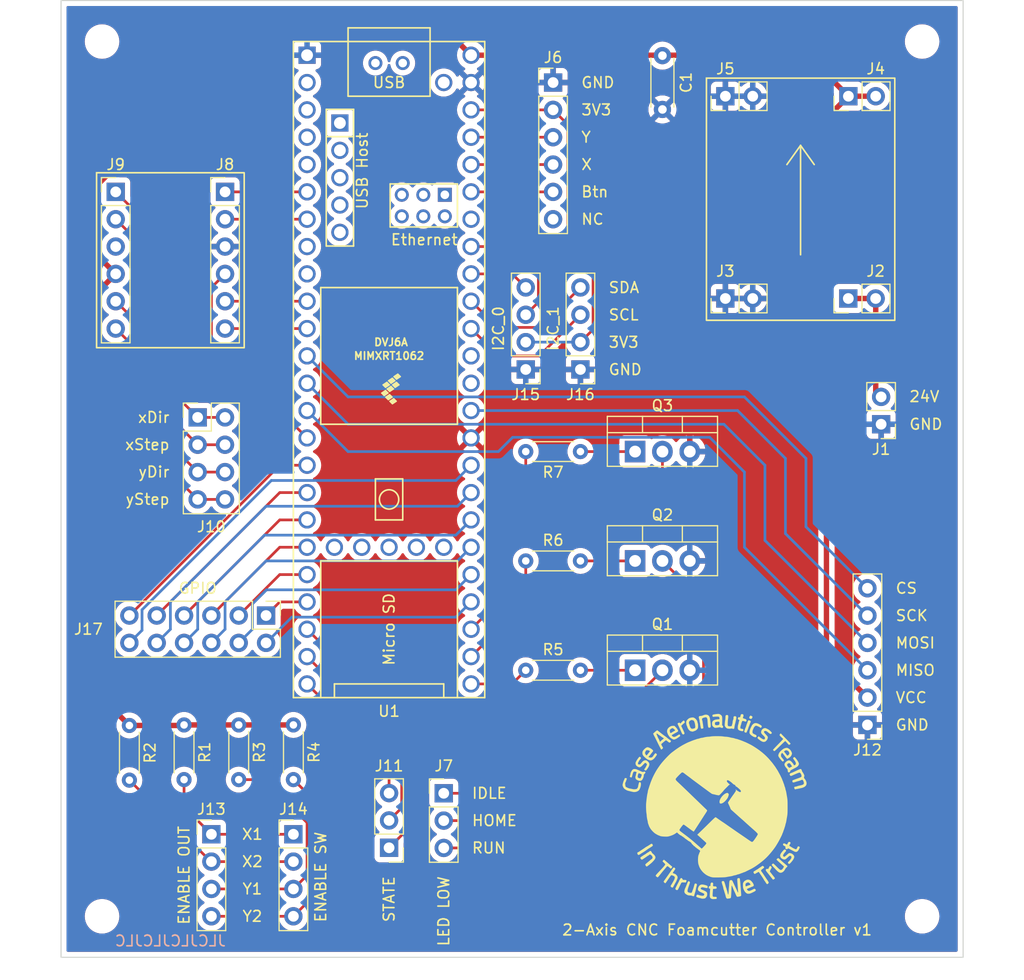
<source format=kicad_pcb>
(kicad_pcb (version 20211014) (generator pcbnew)
  (layers (0 "F.Cu" signal) (31 "B.Cu" signal) (34 "B.Paste" user) (35 "F.Paste" user) (36 "B.SilkS" user "B.Silkscreen") (37 "F.SilkS" user "F.Silkscreen") (38 "B.Mask" user) (39 "F.Mask" user) (44 "Edge.Cuts" user))
  (net 0 "")
  (net 1 "GND")
  (net 2 "+5V")
  (net 3 "Net-(J6-Pad3)")
  (net 4 "Net-(J7-Pad1)")
  (net 5 "Net-(J7-Pad2)")
  (net 6 "Net-(J7-Pad3)")
  (net 35 "Net-(U1-Pad12)")
  (net 36 "Net-(U1-Pad35)")
  (net 37 "Net-(U1-Pad13)")
  (net 38 "Net-(U1-Pad14)")
  (net 39 "Net-(Q1-Pad1)")
  (net 40 "Net-(Q2-Pad1)")
  (net 41 "Net-(Q3-Pad1)")
  (net 42 "Net-(R5-Pad1)")
  (net 43 "Net-(R6-Pad1)")
  (net 44 "Net-(R7-Pad2)")
  (net 45 "Net-(J9-Pad1)")
  (net 46 "Net-(J9-Pad2)")
  (net 47 "Net-(J2-Pad1)")
  (net 48 "Net-(J6-Pad4)")
  (net 49 "Net-(J6-Pad5)")
  (net 51 "Net-(J8-Pad1)")
  (net 52 "Net-(J8-Pad2)")
  (net 53 "Net-(J8-Pad4)")
  (net 54 "Net-(J8-Pad5)")
  (net 55 "Net-(J8-Pad6)")
  (net 57 "Net-(J9-Pad5)")
  (net 58 "Net-(J9-Pad6)")
  (net 59 "Net-(J11-Pad1)")
  (net 60 "Net-(J11-Pad2)")
  (net 61 "Net-(J11-Pad3)")
  (net 62 "Net-(J14-Pad1)")
  (net 63 "Net-(J14-Pad2)")
  (net 64 "Net-(J14-Pad3)")
  (net 65 "Net-(J14-Pad4)")
  (net 66 "+3V3")
  (net 67 "Net-(U1-Pad41)")
  (net 68 "Net-(U1-Pad40)")
  (net 69 "Net-(U1-Pad38)")
  (net 70 "Net-(U1-Pad39)")
  (net 71 "Net-(U1-Pad21)")
  (net 72 "Net-(U1-Pad20)")
  (net 73 "Net-(U1-Pad19)")
  (net 74 "Net-(U1-Pad18)")
  (net 75 "Net-(U1-Pad17)")
  (net 76 "Net-(U1-Pad16)")
  (net 77 "Net-(J17-Pad7)")
  (net 78 "Net-(J17-Pad8)")
  (net 79 "Net-(J17-Pad9)")
  (net 80 "Net-(J17-Pad10)")
  (net 81 "Net-(J17-Pad11)")
  (net 82 "Net-(J17-Pad12)")
  (footprint "Connector_PinHeader_2.54mm:PinHeader_1x03_P2.54mm_Vertical" (layer "F.Cu") (at 127 133.335 180)
    (fp_text reference "J11" (at 0 7.605) (layer "F.SilkS"))
    (fp_text value "State_Pins")
    (pad "1" thru_hole rect (at 0 0 180) (size 1.7 1.7) (drill 1) (layers *.Cu *.Mask) (net 59 "Net-(J11-Pad1)"))
    (pad "2" thru_hole oval (at 0 2.54 180) (size 1.7 1.7) (drill 1) (layers *.Cu *.Mask) (net 60 "Net-(J11-Pad2)"))
    (pad "3" thru_hole oval (at 0 5.08 180) (size 1.7 1.7) (drill 1) (layers *.Cu *.Mask) (net 61 "Net-(J11-Pad3)"))
  )
  (footprint "Connector_PinHeader_2.54mm:PinHeader_1x04_P2.54mm_Vertical" (layer "F.Cu") (at 139.7 88.89 180)
    (fp_text reference "J15" (at 0 -2.33) (layer "F.SilkS"))
    (fp_text value "I2C_Breakout_0")
    (pad "1" thru_hole rect (at 0 0 180) (size 1.7 1.7) (drill 1) (layers *.Cu *.Mask) (net 1 "GND"))
    (pad "2" thru_hole oval (at 0 2.54 180) (size 1.7 1.7) (drill 1) (layers *.Cu *.Mask) (net 66 "+3V3"))
    (pad "3" thru_hole oval (at 0 5.08 180) (size 1.7 1.7) (drill 1) (layers *.Cu *.Mask) (net 67 "Net-(U1-Pad41)"))
    (pad "4" thru_hole oval (at 0 7.62 180) (size 1.7 1.7) (drill 1) (layers *.Cu *.Mask) (net 68 "Net-(U1-Pad40)"))
  )
  (footprint "Connector_PinHeader_2.54mm:PinHeader_1x03_P2.54mm_Vertical" (layer "F.Cu") (at 132.08 128.27)
    (fp_text reference "J7" (at 0 -2.54) (layer "F.SilkS"))
    (fp_text value "Button_LED_Negatives")
    (pad "1" thru_hole rect (at 0 0) (size 1.7 1.7) (drill 1) (layers *.Cu *.Mask) (net 4 "Net-(J7-Pad1)"))
    (pad "2" thru_hole oval (at 0 2.54) (size 1.7 1.7) (drill 1) (layers *.Cu *.Mask) (net 5 "Net-(J7-Pad2)"))
    (pad "3" thru_hole oval (at 0 5.08) (size 1.7 1.7) (drill 1) (layers *.Cu *.Mask) (net 6 "Net-(J7-Pad3)"))
  )
  (footprint "Resistor_THT:R_Axial_DIN0204_L3.6mm_D1.6mm_P5.08mm_Horizontal" (layer "F.Cu") (at 113.03 121.92 -90)
    (fp_text reference "R3" (at 2.54 -1.92 -90) (layer "F.SilkS"))
    (fp_text value "R_US")
    (pad "1" thru_hole circle (at 0 0 270) (size 1.4 1.4) (drill 0.7) (layers *.Cu *.Mask) (net 2 "+5V"))
    (pad "2" thru_hole oval (at 5.08 0 270) (size 1.4 1.4) (drill 0.7) (layers *.Cu *.Mask) (net 64 "Net-(J14-Pad3)"))
  )
  (footprint "Resistor_THT:R_Axial_DIN0204_L3.6mm_D1.6mm_P5.08mm_Horizontal" (layer "F.Cu") (at 139.7 106.68)
    (fp_text reference "R6" (at 2.54 -1.92) (layer "F.SilkS"))
    (fp_text value "R_US")
    (pad "1" thru_hole circle (at 0 0) (size 1.4 1.4) (drill 0.7) (layers *.Cu *.Mask) (net 43 "Net-(R6-Pad1)"))
    (pad "2" thru_hole oval (at 5.08 0) (size 1.4 1.4) (drill 0.7) (layers *.Cu *.Mask) (net 40 "Net-(Q2-Pad1)"))
  )
  (footprint "Connector_PinHeader_2.54mm:PinHeader_1x02_P2.54mm_Vertical" (layer "F.Cu") (at 158.25 82.296 90)
    (fp_text reference "J3" (at 2.54 0 180) (layer "F.SilkS"))
    (fp_text value "Buck_In_GND")
    (pad "1" thru_hole rect (at 0 0 90) (size 1.7 1.7) (drill 1) (layers *.Cu *.Mask) (net 1 "GND"))
    (pad "2" thru_hole oval (at 0 2.54 90) (size 1.7 1.7) (drill 1) (layers *.Cu *.Mask) (net 1 "GND"))
  )
  (footprint "MountingHole:MountingHole_2.2mm_M2" (layer "F.Cu") (at 100.33 58.42)
    (fp_text reference "REF**" hide)
    (fp_text value "MountingHole_2.2mm_M2")
    (pad "" np_thru_hole circle (at 0 0) (size 2.2 2.2) (drill 2.2) (layers *.Cu *.Mask))
  )
  (footprint "LOGO" (layer "F.Cu") (at 157.48 129.54)
    (fp_text reference "G***" hide)
    (fp_text value "LOGO" hide)
  )
  (footprint "Connector_PinHeader_2.54mm:PinHeader_1x02_P2.54mm_Vertical" (layer "F.Cu") (at 169.672 82.296 90)
    (fp_text reference "J2" (at 2.54 2.54 180) (layer "F.SilkS"))
    (fp_text value "Buck_In_24V")
    (pad "1" thru_hole rect (at 0 0 90) (size 1.7 1.7) (drill 1) (layers *.Cu *.Mask) (net 47 "Net-(J2-Pad1)"))
    (pad "2" thru_hole oval (at 0 2.54 90) (size 1.7 1.7) (drill 1) (layers *.Cu *.Mask) (net 47 "Net-(J2-Pad1)"))
  )
  (footprint "Connector_PinHeader_2.54mm:PinHeader_1x06_P2.54mm_Vertical" (layer "F.Cu") (at 101.6 72.39)
    (fp_text reference "J9" (at 0 -2.54) (layer "F.SilkS"))
    (fp_text value "Lvl_Shift_HV")
    (pad "1" thru_hole rect (at 0 0) (size 1.7 1.7) (drill 1) (layers *.Cu *.Mask) (net 45 "Net-(J9-Pad1)"))
    (pad "2" thru_hole oval (at 0 2.54) (size 1.7 1.7) (drill 1) (layers *.Cu *.Mask) (net 46 "Net-(J9-Pad2)"))
    (pad "3" thru_hole oval (at 0 5.08) (size 1.7 1.7) (drill 1) (layers *.Cu *.Mask))
    (pad "4" thru_hole oval (at 0 7.62) (size 1.7 1.7) (drill 1) (layers *.Cu *.Mask) (net 2 "+5V"))
    (pad "5" thru_hole oval (at 0 10.16) (size 1.7 1.7) (drill 1) (layers *.Cu *.Mask) (net 57 "Net-(J9-Pad5)"))
    (pad "6" thru_hole oval (at 0 12.7) (size 1.7 1.7) (drill 1) (layers *.Cu *.Mask) (net 58 "Net-(J9-Pad6)"))
  )
  (footprint "Capacitor_THT:C_Disc_D4.3mm_W1.9mm_P5.00mm" (layer "F.Cu") (at 152.4 59.73 -90)
    (fp_text reference "C1" (at 2.5 -2.2 -90) (layer "F.SilkS"))
    (fp_text value "C_Small")
    (pad "1" thru_hole circle (at 0 0 270) (size 1.6 1.6) (drill 0.8) (layers *.Cu *.Mask) (net 2 "+5V"))
    (pad "2" thru_hole circle (at 5 0 270) (size 1.6 1.6) (drill 0.8) (layers *.Cu *.Mask) (net 1 "GND"))
  )
  (footprint "Connector_PinHeader_2.54mm:PinHeader_1x06_P2.54mm_Vertical" (layer "F.Cu") (at 142.24 62.23)
    (fp_text reference "J6" (at 0 -2.33) (layer "F.SilkS"))
    (fp_text value "Joy_Header")
    (pad "1" thru_hole rect (at 0 0) (size 1.7 1.7) (drill 1) (layers *.Cu *.Mask) (net 1 "GND"))
    (pad "2" thru_hole oval (at 0 2.54) (size 1.7 1.7) (drill 1) (layers *.Cu *.Mask) (net 66 "+3V3"))
    (pad "3" thru_hole oval (at 0 5.08) (size 1.7 1.7) (drill 1) (layers *.Cu *.Mask) (net 3 "Net-(J6-Pad3)"))
    (pad "4" thru_hole oval (at 0 7.62) (size 1.7 1.7) (drill 1) (layers *.Cu *.Mask) (net 48 "Net-(J6-Pad4)"))
    (pad "5" thru_hole oval (at 0 10.16) (size 1.7 1.7) (drill 1) (layers *.Cu *.Mask) (net 49 "Net-(J6-Pad5)"))
    (pad "6" thru_hole oval (at 0 12.7) (size 1.7 1.7) (drill 1) (layers *.Cu *.Mask))
  )
  (footprint "Connector_PinHeader_2.54mm:PinHeader_2x06_P2.54mm_Vertical" (layer "F.Cu") (at 115.57 111.755 -90)
    (fp_text reference "J17" (at 1.27 16.51 180) (layer "F.SilkS"))
    (fp_text value "GPIO")
    (pad "1" thru_hole rect (at 0 0 270) (size 1.7 1.7) (drill 1) (layers *.Cu *.Mask) (net 71 "Net-(U1-Pad21)"))
    (pad "2" thru_hole oval (at 0 2.54 270) (size 1.7 1.7) (drill 1) (layers *.Cu *.Mask) (net 72 "Net-(U1-Pad20)"))
    (pad "3" thru_hole oval (at 0 5.08 270) (size 1.7 1.7) (drill 1) (layers *.Cu *.Mask) (net 73 "Net-(U1-Pad19)"))
    (pad "4" thru_hole oval (at 0 7.62 270) (size 1.7 1.7) (drill 1) (layers *.Cu *.Mask) (net 74 "Net-(U1-Pad18)"))
    (pad "5" thru_hole oval (at 0 10.16 270) (size 1.7 1.7) (drill 1) (layers *.Cu *.Mask) (net 75 "Net-(U1-Pad17)"))
    (pad "6" thru_hole oval (at 0 12.7 270) (size 1.7 1.7) (drill 1) (layers *.Cu *.Mask) (net 76 "Net-(U1-Pad16)"))
    (pad "7" thru_hole oval (at 2.54 0 270) (size 1.7 1.7) (drill 1) (layers *.Cu *.Mask) (net 77 "Net-(J17-Pad7)"))
    (pad "8" thru_hole oval (at 2.54 2.54 270) (size 1.7 1.7) (drill 1) (layers *.Cu *.Mask) (net 78 "Net-(J17-Pad8)"))
    (pad "9" thru_hole oval (at 2.54 5.08 270) (size 1.7 1.7) (drill 1) (layers *.Cu *.Mask) (net 79 "Net-(J17-Pad9)"))
    (pad "10" thru_hole oval (at 2.54 7.62 270) (size 1.7 1.7) (drill 1) (layers *.Cu *.Mask) (net 80 "Net-(J17-Pad10)"))
    (pad "11" thru_hole oval (at 2.54 10.16 270) (size 1.7 1.7) (drill 1) (layers *.Cu *.Mask) (net 81 "Net-(J17-Pad11)"))
    (pad "12" thru_hole oval (at 2.54 12.7 270) (size 1.7 1.7) (drill 1) (layers *.Cu *.Mask) (net 82 "Net-(J17-Pad12)"))
  )
  (footprint "Connector_PinHeader_2.54mm:PinHeader_1x04_P2.54mm_Vertical" (layer "F.Cu") (at 144.78 88.89 180)
    (fp_text reference "J16" (at 0 -2.33) (layer "F.SilkS"))
    (fp_text value "I2C_Breakout_1")
    (pad "1" thru_hole rect (at 0 0 180) (size 1.7 1.7) (drill 1) (layers *.Cu *.Mask) (net 1 "GND"))
    (pad "2" thru_hole oval (at 0 2.54 180) (size 1.7 1.7) (drill 1) (layers *.Cu *.Mask) (net 66 "+3V3"))
    (pad "3" thru_hole oval (at 0 5.08 180) (size 1.7 1.7) (drill 1) (layers *.Cu *.Mask) (net 69 "Net-(U1-Pad38)"))
    (pad "4" thru_hole oval (at 0 7.62 180) (size 1.7 1.7) (drill 1) (layers *.Cu *.Mask) (net 70 "Net-(U1-Pad39)"))
  )
  (footprint "Resistor_THT:R_Axial_DIN0204_L3.6mm_D1.6mm_P5.08mm_Horizontal" (layer "F.Cu") (at 144.78 96.52 180)
    (fp_text reference "R7" (at 2.54 -1.92) (layer "F.SilkS"))
    (fp_text value "R_US")
    (pad "1" thru_hole circle (at 0 0 180) (size 1.4 1.4) (drill 0.7) (layers *.Cu *.Mask) (net 41 "Net-(Q3-Pad1)"))
    (pad "2" thru_hole oval (at 5.08 0 180) (size 1.4 1.4) (drill 0.7) (layers *.Cu *.Mask) (net 44 "Net-(R7-Pad2)"))
  )
  (footprint "Connector_PinHeader_2.54mm:PinHeader_1x02_P2.54mm_Vertical" (layer "F.Cu") (at 158.25 63.5 90)
    (fp_text reference "J5" (at 2.54 0 180) (layer "F.SilkS"))
    (fp_text value "Buck_Out_GND")
    (pad "1" thru_hole rect (at 0 0 90) (size 1.7 1.7) (drill 1) (layers *.Cu *.Mask) (net 1 "GND"))
    (pad "2" thru_hole oval (at 0 2.54 90) (size 1.7 1.7) (drill 1) (layers *.Cu *.Mask) (net 1 "GND"))
  )
  (footprint "Connector_PinHeader_2.54mm:PinHeader_1x06_P2.54mm_Vertical" (layer "F.Cu") (at 111.76 72.39)
    (fp_text reference "J8" (at 0 -2.54) (layer "F.SilkS"))
    (fp_text value "Lvl_Shift_LV")
    (pad "1" thru_hole rect (at 0 0) (size 1.7 1.7) (drill 1) (layers *.Cu *.Mask) (net 51 "Net-(J8-Pad1)"))
    (pad "2" thru_hole oval (at 0 2.54) (size 1.7 1.7) (drill 1) (layers *.Cu *.Mask) (net 52 "Net-(J8-Pad2)"))
    (pad "3" thru_hole oval (at 0 5.08) (size 1.7 1.7) (drill 1) (layers *.Cu *.Mask) (net 1 "GND"))
    (pad "4" thru_hole oval (at 0 7.62) (size 1.7 1.7) (drill 1) (layers *.Cu *.Mask) (net 53 "Net-(J8-Pad4)"))
    (pad "5" thru_hole oval (at 0 10.16) (size 1.7 1.7) (drill 1) (layers *.Cu *.Mask) (net 54 "Net-(J8-Pad5)"))
    (pad "6" thru_hole oval (at 0 12.7) (size 1.7 1.7) (drill 1) (layers *.Cu *.Mask) (net 55 "Net-(J8-Pad6)"))
  )
  (footprint "Connector_PinHeader_2.54mm:PinHeader_2x04_P2.54mm_Vertical" (layer "F.Cu") (at 109.215 93.345)
    (fp_text reference "J10" (at 1.27 10.16) (layer "F.SilkS"))
    (fp_text value "Conn_02x04_Odd_Even")
    (pad "1" thru_hole rect (at 0 0) (size 1.7 1.7) (drill 1) (layers *.Cu *.Mask) (net 45 "Net-(J9-Pad1)"))
    (pad "2" thru_hole oval (at 2.54 0) (size 1.7 1.7) (drill 1) (layers *.Cu *.Mask) (net 45 "Net-(J9-Pad1)"))
    (pad "3" thru_hole oval (at 0 2.54) (size 1.7 1.7) (drill 1) (layers *.Cu *.Mask) (net 46 "Net-(J9-Pad2)"))
    (pad "4" thru_hole oval (at 2.54 2.54) (size 1.7 1.7) (drill 1) (layers *.Cu *.Mask) (net 46 "Net-(J9-Pad2)"))
    (pad "5" thru_hole oval (at 0 5.08) (size 1.7 1.7) (drill 1) (layers *.Cu *.Mask) (net 57 "Net-(J9-Pad5)"))
    (pad "6" thru_hole oval (at 2.54 5.08) (size 1.7 1.7) (drill 1) (layers *.Cu *.Mask) (net 57 "Net-(J9-Pad5)"))
    (pad "7" thru_hole oval (at 0 7.62) (size 1.7 1.7) (drill 1) (layers *.Cu *.Mask) (net 58 "Net-(J9-Pad6)"))
    (pad "8" thru_hole oval (at 2.54 7.62) (size 1.7 1.7) (drill 1) (layers *.Cu *.Mask) (net 58 "Net-(J9-Pad6)"))
  )
  (footprint "MountingHole:MountingHole_2.2mm_M2" (layer "F.Cu") (at 176.53 58.42)
    (fp_text reference "REF**" hide)
    (fp_text value "MountingHole_2.2mm_M2")
    (pad "" np_thru_hole circle (at 0 0) (size 2.2 2.2) (drill 2.2) (layers F&B.Cu *.Mask))
  )
  (footprint "Connector_PinHeader_2.54mm:PinHeader_1x02_P2.54mm_Vertical" (layer "F.Cu") (at 169.68 63.5 90)
    (fp_text reference "J4" (at 2.54 2.54 180) (layer "F.SilkS"))
    (fp_text value "Buck_Out_5V")
    (pad "1" thru_hole rect (at 0 0 90) (size 1.7 1.7) (drill 1) (layers *.Cu *.Mask) (net 2 "+5V"))
    (pad "2" thru_hole oval (at 0 2.54 90) (size 1.7 1.7) (drill 1) (layers *.Cu *.Mask) (net 2 "+5V"))
  )
  (footprint "Connector_PinHeader_2.54mm:PinHeader_1x04_P2.54mm_Vertical" (layer "F.Cu") (at 110.49 132.08)
    (fp_text reference "J13" (at 0 -2.33) (layer "F.SilkS"))
    (fp_text value "Drive_Enable_Header")
    (pad "1" thru_hole rect (at 0 0) (size 1.7 1.7) (drill 1) (layers *.Cu *.Mask) (net 62 "Net-(J14-Pad1)"))
    (pad "2" thru_hole oval (at 0 2.54) (size 1.7 1.7) (drill 1) (layers *.Cu *.Mask) (net 63 "Net-(J14-Pad2)"))
    (pad "3" thru_hole oval (at 0 5.08) (size 1.7 1.7) (drill 1) (layers *.Cu *.Mask) (net 64 "Net-(J14-Pad3)"))
    (pad "4" thru_hole oval (at 0 7.62) (size 1.7 1.7) (drill 1) (layers *.Cu *.Mask) (net 65 "Net-(J14-Pad4)"))
  )
  (footprint "Resistor_THT:R_Axial_DIN0204_L3.6mm_D1.6mm_P5.08mm_Horizontal" (layer "F.Cu") (at 118.11 121.92 -90)
    (fp_text reference "R4" (at 2.54 -1.92 -90) (layer "F.SilkS"))
    (fp_text value "R_US")
    (pad "1" thru_hole circle (at 0 0 270) (size 1.4 1.4) (drill 0.7) (layers *.Cu *.Mask) (net 2 "+5V"))
    (pad "2" thru_hole oval (at 5.08 0 270) (size 1.4 1.4) (drill 0.7) (layers *.Cu *.Mask) (net 65 "Net-(J14-Pad4)"))
  )
  (footprint "Resistor_THT:R_Axial_DIN0204_L3.6mm_D1.6mm_P5.08mm_Horizontal" (layer "F.Cu") (at 107.95 121.92 -90)
    (fp_text reference "R1" (at 2.54 -1.92 -90) (layer "F.SilkS"))
    (fp_text value "R_US")
    (pad "1" thru_hole circle (at 0 0 270) (size 1.4 1.4) (drill 0.7) (layers *.Cu *.Mask) (net 2 "+5V"))
    (pad "2" thru_hole oval (at 5.08 0 270) (size 1.4 1.4) (drill 0.7) (layers *.Cu *.Mask) (net 62 "Net-(J14-Pad1)"))
  )
  (footprint "Package_TO_SOT_THT:TO-220-3_Vertical" (layer "F.Cu") (at 149.86 106.68)
    (fp_text reference "Q2" (at 2.54 -4.27) (layer "F.SilkS"))
    (fp_text value "IRF3205")
    (pad "1" thru_hole rect (at 0 0) (size 1.905 2) (drill 1.1) (layers *.Cu *.Mask) (net 40 "Net-(Q2-Pad1)"))
    (pad "2" thru_hole oval (at 2.54 0) (size 1.905 2) (drill 1.1) (layers *.Cu *.Mask) (net 5 "Net-(J7-Pad2)"))
    (pad "3" thru_hole oval (at 5.08 0) (size 1.905 2) (drill 1.1) (layers *.Cu *.Mask) (net 1 "GND"))
  )
  (footprint "Package_TO_SOT_THT:TO-220-3_Vertical" (layer "F.Cu") (at 149.86 96.52)
    (fp_text reference "Q3" (at 2.54 -4.27) (layer "F.SilkS"))
    (fp_text value "IRF3205")
    (pad "1" thru_hole rect (at 0 0) (size 1.905 2) (drill 1.1) (layers *.Cu *.Mask) (net 41 "Net-(Q3-Pad1)"))
    (pad "2" thru_hole oval (at 2.54 0) (size 1.905 2) (drill 1.1) (layers *.Cu *.Mask) (net 6 "Net-(J7-Pad3)"))
    (pad "3" thru_hole oval (at 5.08 0) (size 1.905 2) (drill 1.1) (layers *.Cu *.Mask) (net 1 "GND"))
  )
  (footprint "MountingHole:MountingHole_2.2mm_M2" (layer "F.Cu") (at 176.53 139.7)
    (fp_text reference "REF**" hide)
    (fp_text value "MountingHole_2.2mm_M2")
    (pad "" np_thru_hole circle (at 0 0) (size 2.2 2.2) (drill 2.2) (layers F&B.Cu *.Mask))
  )
  (footprint "Connector_PinHeader_2.54mm:PinHeader_1x02_P2.54mm_Vertical" (layer "F.Cu") (at 172.72 93.98 180)
    (fp_text reference "J1" (at 0 -2.33) (layer "F.SilkS"))
    (fp_text value "24V_In")
    (pad "1" thru_hole rect (at 0 0 180) (size 1.7 1.7) (drill 1) (layers *.Cu *.Mask) (net 1 "GND"))
    (pad "2" thru_hole oval (at 0 2.54 180) (size 1.7 1.7) (drill 1) (layers *.Cu *.Mask) (net 47 "Net-(J2-Pad1)"))
  )
  (footprint "Package_TO_SOT_THT:TO-220-3_Vertical" (layer "F.Cu") (at 149.86 116.84)
    (fp_text reference "Q1" (at 2.54 -4.27) (layer "F.SilkS"))
    (fp_text value "IRF3205")
    (pad "1" thru_hole rect (at 0 0) (size 1.905 2) (drill 1.1) (layers *.Cu *.Mask) (net 39 "Net-(Q1-Pad1)"))
    (pad "2" thru_hole oval (at 2.54 0) (size 1.905 2) (drill 1.1) (layers *.Cu *.Mask) (net 4 "Net-(J7-Pad1)"))
    (pad "3" thru_hole oval (at 5.08 0) (size 1.905 2) (drill 1.1) (layers *.Cu *.Mask) (net 1 "GND"))
  )
  (footprint "Resistor_THT:R_Axial_DIN0204_L3.6mm_D1.6mm_P5.08mm_Horizontal" (layer "F.Cu") (at 139.7 116.84)
    (fp_text reference "R5" (at 2.54 -1.92) (layer "F.SilkS"))
    (fp_text value "R_US")
    (pad "1" thru_hole circle (at 0 0) (size 1.4 1.4) (drill 0.7) (layers *.Cu *.Mask) (net 42 "Net-(R5-Pad1)"))
    (pad "2" thru_hole oval (at 5.08 0) (size 1.4 1.4) (drill 0.7) (layers *.Cu *.Mask) (net 39 "Net-(Q1-Pad1)"))
  )
  (footprint "MountingHole:MountingHole_2.2mm_M2" (layer "F.Cu") (at 100.33 139.7)
    (fp_text reference "REF**" hide)
    (fp_text value "MountingHole_2.2mm_M2")
    (pad "" np_thru_hole circle (at 0 0) (size 2.2 2.2) (drill 2.2) (layers F&B.Cu *.Mask))
  )
  (footprint "teensy:Teensy41" (layer "F.Cu") (at 127 88.9 -90)
    (fp_text reference "U1" (at 31.75 0 180) (layer "F.SilkS"))
    (fp_text value "Teensy4.1")
    (fp_text user "Micro SD" (at 24.13 0 90) (layer "F.SilkS"))
    (fp_text user "MIMXRT1062" (at -1.27 0) (layer "F.SilkS") (effects (font (size 0.7 0.7))))
    (fp_text user "DVJ6A" (at -2.54 -0.18) (layer "F.SilkS") (effects (font (size 0.7 0.7))))
    (fp_text user "USB Host" (at -18.4658 2.4892 90) (layer "F.SilkS"))
    (fp_text user "USB" (at -26.67 0) (layer "F.SilkS"))
    (fp_text user "Ethernet" (at -12.065 -3.2766) (layer "F.SilkS"))
    (pad "1" thru_hole rect locked (at -29.21 7.62 270) (size 1.6 1.6) (drill 1.1) (layers *.Cu *.Mask) (net 1 "GND"))
    (pad "2" thru_hole circle locked (at -26.67 7.62 270) (size 1.6 1.6) (drill 1.1) (layers *.Cu *.Mask))
    (pad "3" thru_hole circle locked (at -24.13 7.62 270) (size 1.6 1.6) (drill 1.1) (layers *.Cu *.Mask))
    (pad "4" thru_hole circle locked (at -21.59 7.62 270) (size 1.6 1.6) (drill 1.1) (layers *.Cu *.Mask))
    (pad "5" thru_hole circle locked (at -19.05 7.62 270) (size 1.6 1.6) (drill 1.1) (layers *.Cu *.Mask))
    (pad "6" thru_hole circle locked (at -16.51 7.62 270) (size 1.6 1.6) (drill 1.1) (layers *.Cu *.Mask) (net 51 "Net-(J8-Pad1)"))
    (pad "7" thru_hole circle locked (at -13.97 7.62 270) (size 1.6 1.6) (drill 1.1) (layers *.Cu *.Mask) (net 52 "Net-(J8-Pad2)"))
    (pad "8" thru_hole circle locked (at -11.43 7.62 270) (size 1.6 1.6) (drill 1.1) (layers *.Cu *.Mask))
    (pad "9" thru_hole circle locked (at -8.89 7.62 270) (size 1.6 1.6) (drill 1.1) (layers *.Cu *.Mask))
    (pad "10" thru_hole circle locked (at -6.35 7.62 270) (size 1.6 1.6) (drill 1.1) (layers *.Cu *.Mask) (net 54 "Net-(J8-Pad5)"))
    (pad "11" thru_hole circle locked (at -3.81 7.62 270) (size 1.6 1.6) (drill 1.1) (layers *.Cu *.Mask) (net 55 "Net-(J8-Pad6)"))
    (pad "12" thru_hole circle locked (at -1.27 7.62 270) (size 1.6 1.6) (drill 1.1) (layers *.Cu *.Mask) (net 35 "Net-(U1-Pad12)"))
    (pad "13" thru_hole circle locked (at 1.27 7.62 270) (size 1.6 1.6) (drill 1.1) (layers *.Cu *.Mask) (net 37 "Net-(U1-Pad13)"))
    (pad "14" thru_hole circle locked (at 3.81 7.62 270) (size 1.6 1.6) (drill 1.1) (layers *.Cu *.Mask) (net 38 "Net-(U1-Pad14)"))
    (pad "15" thru_hole circle locked (at 6.35 7.62 270) (size 1.6 1.6) (drill 1.1) (layers *.Cu *.Mask) (net 53 "Net-(J8-Pad4)"))
    (pad "16" thru_hole circle locked (at 8.89 7.62 270) (size 1.6 1.6) (drill 1.1) (layers *.Cu *.Mask) (net 76 "Net-(U1-Pad16)"))
    (pad "17" thru_hole circle locked (at 11.43 7.62 270) (size 1.6 1.6) (drill 1.1) (layers *.Cu *.Mask) (net 75 "Net-(U1-Pad17)"))
    (pad "18" thru_hole circle locked (at 13.97 7.62 270) (size 1.6 1.6) (drill 1.1) (layers *.Cu *.Mask) (net 74 "Net-(U1-Pad18)"))
    (pad "19" thru_hole circle locked (at 16.51 7.62 270) (size 1.6 1.6) (drill 1.1) (layers *.Cu *.Mask) (net 73 "Net-(U1-Pad19)"))
    (pad "20" thru_hole circle locked (at 19.05 7.62 270) (size 1.6 1.6) (drill 1.1) (layers *.Cu *.Mask) (net 72 "Net-(U1-Pad20)"))
    (pad "21" thru_hole circle locked (at 21.59 7.62 270) (size 1.6 1.6) (drill 1.1) (layers *.Cu *.Mask) (net 71 "Net-(U1-Pad21)"))
    (pad "22" thru_hole circle locked (at 24.13 7.62 270) (size 1.6 1.6) (drill 1.1) (layers *.Cu *.Mask) (net 59 "Net-(J11-Pad1)"))
    (pad "23" thru_hole circle locked (at 26.67 7.62 270) (size 1.6 1.6) (drill 1.1) (layers *.Cu *.Mask) (net 60 "Net-(J11-Pad2)"))
    (pad "24" thru_hole circle locked (at 29.21 7.62 270) (size 1.6 1.6) (drill 1.1) (layers *.Cu *.Mask) (net 61 "Net-(J11-Pad3)"))
    (pad "25" thru_hole circle locked (at 29.21 -7.62 270) (size 1.6 1.6) (drill 1.1) (layers *.Cu *.Mask) (net 42 "Net-(R5-Pad1)"))
    (pad "26" thru_hole circle locked (at 26.67 -7.62 270) (size 1.6 1.6) (drill 1.1) (layers *.Cu *.Mask) (net 43 "Net-(R6-Pad1)"))
    (pad "27" thru_hole circle locked (at 24.13 -7.62 270) (size 1.6 1.6) (drill 1.1) (layers *.Cu *.Mask) (net 44 "Net-(R7-Pad2)"))
    (pad "28" thru_hole circle locked (at 21.59 -7.62 270) (size 1.6 1.6) (drill 1.1) (layers *.Cu *.Mask) (net 77 "Net-(J17-Pad7)"))
    (pad "29" thru_hole circle locked (at 19.05 -7.62 270) (size 1.6 1.6) (drill 1.1) (layers *.Cu *.Mask) (net 78 "Net-(J17-Pad8)"))
    (pad "30" thru_hole circle locked (at 16.51 -7.62 270) (size 1.6 1.6) (drill 1.1) (layers *.Cu *.Mask) (net 79 "Net-(J17-Pad9)"))
    (pad "31" thru_hole circle locked (at 13.97 -7.62 270) (size 1.6 1.6) (drill 1.1) (layers *.Cu *.Mask) (net 80 "Net-(J17-Pad10)"))
    (pad "32" thru_hole circle locked (at 11.43 -7.62 270) (size 1.6 1.6) (drill 1.1) (layers *.Cu *.Mask) (net 81 "Net-(J17-Pad11)"))
    (pad "33" thru_hole circle locked (at 8.89 -7.62 270) (size 1.6 1.6) (drill 1.1) (layers *.Cu *.Mask) (net 82 "Net-(J17-Pad12)"))
    (pad "34" thru_hole circle locked (at 6.35 -7.62 270) (size 1.6 1.6) (drill 1.1) (layers *.Cu *.Mask) (net 1 "GND"))
    (pad "35" thru_hole circle locked (at 3.81 -7.62 270) (size 1.6 1.6) (drill 1.1) (layers *.Cu *.Mask) (net 36 "Net-(U1-Pad35)"))
    (pad "36" thru_hole circle locked (at 1.27 -7.62 270) (size 1.6 1.6) (drill 1.1) (layers *.Cu *.Mask))
    (pad "37" thru_hole circle locked (at -1.27 -7.62 270) (size 1.6 1.6) (drill 1.1) (layers *.Cu *.Mask))
    (pad "38" thru_hole circle locked (at -3.81 -7.62 270) (size 1.6 1.6) (drill 1.1) (layers *.Cu *.Mask) (net 69 "Net-(U1-Pad38)"))
    (pad "39" thru_hole circle locked (at -6.35 -7.62 270) (size 1.6 1.6) (drill 1.1) (layers *.Cu *.Mask) (net 70 "Net-(U1-Pad39)"))
    (pad "40" thru_hole circle locked (at -8.89 -7.62 270) (size 1.6 1.6) (drill 1.1) (layers *.Cu *.Mask) (net 68 "Net-(U1-Pad40)"))
    (pad "41" thru_hole circle locked (at -11.43 -7.62 270) (size 1.6 1.6) (drill 1.1) (layers *.Cu *.Mask) (net 67 "Net-(U1-Pad41)"))
    (pad "42" thru_hole circle locked (at -13.97 -7.62 270) (size 1.6 1.6) (drill 1.1) (layers *.Cu *.Mask))
    (pad "43" thru_hole circle locked (at -16.51 -7.62 270) (size 1.6 1.6) (drill 1.1) (layers *.Cu *.Mask) (net 49 "Net-(J6-Pad5)"))
    (pad "44" thru_hole circle locked (at -19.05 -7.62 270) (size 1.6 1.6) (drill 1.1) (layers *.Cu *.Mask) (net 48 "Net-(J6-Pad4)"))
    (pad "45" thru_hole circle locked (at -21.59 -7.62 270) (size 1.6 1.6) (drill 1.1) (layers *.Cu *.Mask) (net 3 "Net-(J6-Pad3)"))
    (pad "46" thru_hole circle locked (at -24.13 -7.62 270) (size 1.6 1.6) (drill 1.1) (layers *.Cu *.Mask) (net 66 "+3V3"))
    (pad "47" thru_hole circle locked (at -26.67 -7.62 270) (size 1.6 1.6) (drill 1.1) (layers *.Cu *.Mask) (net 1 "GND"))
    (pad "48" thru_hole circle locked (at -29.21 -7.62 270) (size 1.6 1.6) (drill 1.1) (layers *.Cu *.Mask) (net 2 "+5V"))
    (pad "49" thru_hole circle locked (at -26.67 -5.08 270) (size 1.6 1.6) (drill 1.1) (layers *.Cu *.Mask))
    (pad "50" thru_hole circle locked (at 16.51 5.08 270) (size 1.6 1.6) (drill 1.1) (layers *.Cu *.Mask))
    (pad "51" thru_hole circle locked (at 16.51 2.54 270) (size 1.6 1.6) (drill 1.1) (layers *.Cu *.Mask))
    (pad "52" thru_hole circle locked (at 16.51 0 270) (size 1.6 1.6) (drill 1.1) (layers *.Cu *.Mask))
    (pad "53" thru_hole circle locked (at 16.51 -2.54 270) (size 1.6 1.6) (drill 1.1) (layers *.Cu *.Mask))
    (pad "54" thru_hole circle locked (at 16.51 -5.08 270) (size 1.6 1.6) (drill 1.1) (layers *.Cu *.Mask))
    (pad "55" thru_hole rect locked (at -22.9108 4.5692 270) (size 1.6 1.6) (drill 1.1) (layers *.Cu *.Mask))
    (pad "56" thru_hole circle locked (at -20.3708 4.5692 270) (size 1.6 1.6) (drill 1.1) (layers *.Cu *.Mask))
    (pad "57" thru_hole circle locked (at -17.8308 4.5692 270) (size 1.6 1.6) (drill 1.1) (layers *.Cu *.Mask))
    (pad "58" thru_hole circle locked (at -15.2908 4.5692 270) (size 1.6 1.6) (drill 1.1) (layers *.Cu *.Mask))
    (pad "59" thru_hole circle locked (at -12.7508 4.5692 270) (size 1.6 1.6) (drill 1.1) (layers *.Cu *.Mask))
    (pad "60" thru_hole rect locked (at -16.24 -5.1816 270) (size 1.3 1.3) (drill 0.8) (layers *.Cu *.Mask))
    (pad "61" thru_hole circle locked (at -16.24 -3.1816 270) (size 1.3 1.3) (drill 0.8) (layers *.Cu *.Mask))
    (pad "62" thru_hole circle locked (at -16.24 -1.1816 270) (size 1.3 1.3) (drill 0.8) (layers *.Cu *.Mask))
    (pad "63" thru_hole circle locked (at -14.24 -1.1816 270) (size 1.3 1.3) (drill 0.8) (layers *.Cu *.Mask))
    (pad "64" thru_hole circle locked (at -14.24 -3.1816 270) (size 1.3 1.3) (drill 0.8) (layers *.Cu *.Mask))
    (pad "65" thru_hole circle locked (at -14.24 -5.1816 270) (size 1.3 1.3) (drill 0.8) (layers *.Cu *.Mask))
    (pad "66" thru_hole circle locked (at -28.48 -1.27 270) (size 1.3 1.3) (drill 0.8) (layers *.Cu *.Mask))
    (pad "67" thru_hole circle locked (at -28.48 1.27 270) (size 1.3 1.3) (drill 0.8) (layers *.Cu *.Mask))
  )
  (footprint "Resistor_THT:R_Axial_DIN0204_L3.6mm_D1.6mm_P5.08mm_Horizontal" (layer "F.Cu") (at 102.87 121.97 -90)
    (fp_text reference "R2" (at 2.54 -1.92 -90) (layer "F.SilkS"))
    (fp_text value "R_US")
    (pad "1" thru_hole circle (at 0 0 270) (size 1.4 1.4) (drill 0.7) (layers *.Cu *.Mask) (net 2 "+5V"))
    (pad "2" thru_hole oval (at 5.08 0 270) (size 1.4 1.4) (drill 0.7) (layers *.Cu *.Mask) (net 63 "Net-(J14-Pad2)"))
  )
  (footprint "Connector_PinHeader_2.54mm:PinHeader_1x04_P2.54mm_Vertical" (layer "F.Cu") (at 118.11 132.08)
    (fp_text reference "J14" (at 0 -2.33) (layer "F.SilkS"))
    (fp_text value "Drive_Enable_Switches")
    (pad "1" thru_hole rect (at 0 0) (size 1.7 1.7) (drill 1) (layers *.Cu *.Mask) (net 62 "Net-(J14-Pad1)"))
    (pad "2" thru_hole oval (at 0 2.54) (size 1.7 1.7) (drill 1) (layers *.Cu *.Mask) (net 63 "Net-(J14-Pad2)"))
    (pad "3" thru_hole oval (at 0 5.08) (size 1.7 1.7) (drill 1) (layers *.Cu *.Mask) (net 64 "Net-(J14-Pad3)"))
    (pad "4" thru_hole oval (at 0 7.62) (size 1.7 1.7) (drill 1) (layers *.Cu *.Mask) (net 65 "Net-(J14-Pad4)"))
  )
  (footprint "Connector_PinHeader_2.54mm:PinHeader_1x06_P2.54mm_Vertical" (layer "F.Cu") (at 171.45 121.92 180)
    (fp_text reference "J12" (at 0 -2.33) (layer "F.SilkS"))
    (fp_text value "SD_Header")
    (pad "1" thru_hole rect (at 0 0 180) (size 1.7 1.7) (drill 1) (layers *.Cu *.Mask) (net 1 "GND"))
    (pad "2" thru_hole oval (at 0 2.54 180) (size 1.7 1.7) (drill 1) (layers *.Cu *.Mask) (net 2 "+5V"))
    (pad "3" thru_hole oval (at 0 5.08 180) (size 1.7 1.7) (drill 1) (layers *.Cu *.Mask) (net 38 "Net-(U1-Pad14)"))
    (pad "4" thru_hole oval (at 0 7.62 180) (size 1.7 1.7) (drill 1) (layers *.Cu *.Mask) (net 37 "Net-(U1-Pad13)"))
    (pad "5" thru_hole oval (at 0 10.16 180) (size 1.7 1.7) (drill 1) (layers *.Cu *.Mask) (net 36 "Net-(U1-Pad35)"))
    (pad "6" thru_hole oval (at 0 12.7 180) (size 1.7 1.7) (drill 1) (layers *.Cu *.Mask) (net 35 "Net-(U1-Pad12)"))
  )
  (gr_line (start 165.235 68.072) (end 163.965 69.85) (layer "F.SilkS") (width 0.15))
  (gr_rect (start 99.822 70.612) (end 113.538 86.868) (layer "F.SilkS") (width 0.15) (fill none))
  (gr_line (start 165.235 78.232) (end 165.235 68.072) (layer "F.SilkS") (width 0.15))
  (gr_rect (start 156.49 61.82) (end 173.99 84.32) (layer "F.SilkS") (width 0.15) (fill none))
  (gr_line (start 165.235 68.072) (end 166.505 69.85) (layer "F.SilkS") (width 0.15))
  (gr_rect (start 96.52 54.61) (end 180.34 143.51) (layer "Edge.Cuts") (width 0.1) (fill none))
  (gr_text "JLCJLCJLCJLC" (at 106.68 141.986) (layer "B.SilkS") (effects (font (size 1 1)) (justify mirror)))
  (gr_text "SCL" (at 147.32 83.82) (layer "F.SilkS") (effects (font (size 1 1)) (justify left)))
  (gr_text "Y1" (at 114.3 137.16) (layer "F.SilkS") (effects (font (size 1 1))))
  (gr_text "ENABLE SW" (at 120.65 140.335 90) (layer "F.SilkS") (effects (font (size 1 1)) (justify left)))
  (gr_text "GND" (at 173.99 121.92) (layer "F.SilkS") (effects (font (size 1 1)) (justify left)))
  (gr_text "SDA" (at 147.32 81.28) (layer "F.SilkS") (effects (font (size 1 1)) (justify left)))
  (gr_text "RUN" (at 134.62 133.35) (layer "F.SilkS") (effects (font (size 1 1)) (justify left)))
  (gr_text "I2C_0" (at 137.16 85.09 90) (layer "F.SilkS") (effects (font (size 1 1))))
  (gr_text "X1" (at 114.3 132.08) (layer "F.SilkS") (effects (font (size 1 1))))
  (gr_text "SCK" (at 173.99 111.76) (layer "F.SilkS") (effects (font (size 1 1)) (justify left)))
  (gr_text "Btn" (at 144.78 72.39) (layer "F.SilkS") (effects (font (size 1 1)) (justify left)))
  (gr_text "xStep\n" (at 106.685 95.875) (layer "F.SilkS") (effects (font (size 1 1)) (justify right)))
  (gr_text "GND" (at 175.26 93.98) (layer "F.SilkS") (effects (font (size 1 1)) (justify left)))
  (gr_text "GPIO" (at 109.22 109.22) (layer "F.SilkS") (effects (font (size 1 1))))
  (gr_text "yStep\n" (at 106.685 100.955) (layer "F.SilkS") (effects (font (size 1 1)) (justify right)))
  (gr_text "24V" (at 175.26 91.41) (layer "F.SilkS") (effects (font (size 1 1)) (justify left)))
  (gr_text "ENABLE OUT\n" (at 107.95 135.89 90) (layer "F.SilkS") (effects (font (size 1 1))))
  (gr_text "VCC" (at 173.99 119.38) (layer "F.SilkS") (effects (font (size 1 1)) (justify left)))
  (gr_text "X" (at 144.78 69.85) (layer "F.SilkS") (effects (font (size 1 1)) (justify left)))
  (gr_text "X2" (at 114.3 134.62) (layer "F.SilkS") (effects (font (size 1 1))))
  (gr_text "LED LOW\n" (at 132.08 135.89 90) (layer "F.SilkS") (effects (font (size 1 1)) (justify right)))
  (gr_text "STATE" (at 127 135.89 90) (layer "F.SilkS") (effects (font (size 1 1)) (justify right)))
  (gr_text "HOME" (at 134.62 130.81) (layer "F.SilkS") (effects (font (size 1 1)) (justify left)))
  (gr_text "MISO" (at 173.99 116.84) (layer "F.SilkS") (effects (font (size 1 1)) (justify left)))
  (gr_text "GND" (at 147.32 88.9) (layer "F.SilkS") (effects (font (size 1 1)) (justify left)))
  (gr_text "NC" (at 144.78 74.93) (layer "F.SilkS") (effects (font (size 1 1)) (justify left)))
  (gr_text "Y2" (at 114.3 139.7) (layer "F.SilkS") (effects (font (size 1 1))))
  (gr_text "IDLE" (at 134.62 128.27) (layer "F.SilkS") (effects (font (size 1 1)) (justify left)))
  (gr_text "3V3" (at 144.78 64.77) (layer "F.SilkS") (effects (font (size 1 1)) (justify left)))
  (gr_text "MOSI" (at 173.99 114.3) (layer "F.SilkS") (effects (font (size 1 1)) (justify left)))
  (gr_text "GND" (at 144.78 62.23) (layer "F.SilkS") (effects (font (size 1 1)) (justify left)))
  (gr_text "yDir\n" (at 106.685 98.415) (layer "F.SilkS") (effects (font (size 1 1)) (justify right)))
  (gr_text "CS" (at 173.99 109.22) (layer "F.SilkS") (effects (font (size 1 1)) (justify left)))
  (gr_text "I2C_1" (at 142.24 85.09 90) (layer "F.SilkS") (effects (font (size 1 1))))
  (gr_text "3V3" (at 147.32 86.36) (layer "F.SilkS") (effects (font (size 1 1)) (justify left)))
  (gr_text "2-Axis CNC Foamcutter Controller v1" (at 157.48 140.97) (layer "F.SilkS") (effects (font (size 1 1))))
  (gr_text "Y" (at 144.78 67.31) (layer "F.SilkS") (effects (font (size 1 1)) (justify left)))
  (gr_text "xDir\n" (at 106.685 93.345) (layer "F.SilkS") (effects (font (size 1 1)) (justify right)))
  (segment (start 134.62 59.69) (end 152.4 59.69) (width 0.5) (layer "F.Cu") (net 2))
  (segment (start 152.4 59.69) (end 165.87 59.69) (width 0.5) (layer "F.Cu") (net 2))
  (segment (start 99.06 118.16) (end 102.87 121.97) (width 0.5) (layer "F.Cu") (net 2))
  (segment (start 107.9 121.97) (end 107.95 121.92) (width 0.25) (layer "F.Cu") (net 2))
  (segment (start 101.6 80.01) (end 99.06 82.55) (width 0.5) (layer "F.Cu") (net 2))
  (segment (start 132.842 57.912) (end 113.728 57.912) (width 0.5) (layer "F.Cu") (net 2))
  (segment (start 99.06 72.58) (end 99.06 77.47) (width 0.5) (layer "F.Cu") (net 2))
  (segment (start 134.62 59.69) (end 132.842 57.912) (width 0.5) (layer "F.Cu") (net 2))
  (segment (start 113.728 57.912) (end 99.06 72.58) (width 0.5) (layer "F.Cu") (net 2))
  (segment (start 99.06 77.47) (end 101.6 80.01) (width 0.5) (layer "F.Cu") (net 2))
  (segment (start 107.95 121.92) (end 113.03 121.92) (width 0.5) (layer "F.Cu") (net 2))
  (segment (start 102.87 121.97) (end 107.9 121.97) (width 0.5) (layer "F.Cu") (net 2))
  (segment (start 171.45 119.38) (end 167.64 115.57) (width 0.5) (layer "F.Cu") (net 2))
  (segment (start 165.87 59.69) (end 169.68 63.5) (width 0.5) (layer "F.Cu") (net 2))
  (segment (start 113.03 121.92) (end 118.11 121.92) (width 0.5) (layer "F.Cu") (net 2))
  (segment (start 167.64 65.54) (end 169.68 63.5) (width 0.5) (layer "F.Cu") (net 2))
  (segment (start 167.64 115.57) (end 167.64 65.54) (width 0.5) (layer "F.Cu") (net 2))
  (segment (start 172.22 63.5) (end 169.68 63.5) (width 0.5) (layer "F.Cu") (net 2))
  (segment (start 99.06 82.55) (end 99.06 118.16) (width 0.5) (layer "F.Cu") (net 2))
  (segment (start 142.24 67.31) (end 134.62 67.31) (width 0.25) (layer "F.Cu") (net 3))
  (segment (start 132.08 128.27) (end 140.985 128.27) (width 0.25) (layer "F.Cu") (net 4))
  (segment (start 140.985 128.27) (end 152.4 116.855) (width 0.25) (layer "F.Cu") (net 4))
  (segment (start 156.2175 110.4975) (end 156.2175 118.1025) (width 0.25) (layer "F.Cu") (net 5))
  (segment (start 156.2175 118.1025) (end 143.51 130.81) (width 0.25) (layer "F.Cu") (net 5))
  (segment (start 132.08 130.81) (end 143.51 130.81) (width 0.25) (layer "F.Cu") (net 5))
  (segment (start 152.4 106.68) (end 156.2175 110.4975) (width 0.25) (layer "F.Cu") (net 5))
  (segment (start 157.48 121.92) (end 146.05 133.35) (width 0.25) (layer "F.Cu") (net 6))
  (segment (start 157.48 104.14) (end 157.48 121.92) (width 0.25) (layer "F.Cu") (net 6))
  (segment (start 146.05 133.35) (end 132.08 133.35) (width 0.25) (layer "F.Cu") (net 6))
  (segment (start 152.4 99.06) (end 157.48 104.14) (width 0.25) (layer "F.Cu") (net 6))
  (segment (start 152.4 96.52) (end 152.4 99.06) (width 0.25) (layer "F.Cu") (net 6))
  (segment (start 123.19 91.44) (end 119.38 87.63) (width 0.25) (layer "B.Cu") (net 35))
  (segment (start 165.735 97.155) (end 160.02 91.44) (width 0.25) (layer "B.Cu") (net 35))
  (segment (start 165.735 103.505) (end 165.735 97.155) (width 0.25) (layer "B.Cu") (net 35))
  (segment (start 160.02 91.44) (end 123.19 91.44) (width 0.25) (layer "B.Cu") (net 35))
  (segment (start 171.45 109.22) (end 165.735 103.505) (width 0.25) (layer "B.Cu") (net 35))
  (segment (start 163.83 97.155) (end 159.385 92.71) (width 0.25) (layer "B.Cu") (net 36))
  (segment (start 159.385 92.71) (end 134.62 92.71) (width 0.25) (layer "B.Cu") (net 36))
  (segment (start 171.45 111.76) (end 163.83 104.14) (width 0.25) (layer "B.Cu") (net 36))
  (segment (start 163.83 104.14) (end 163.83 97.155) (width 0.25) (layer "B.Cu") (net 36))
  (segment (start 161.925 97.79) (end 158.115 93.98) (width 0.25) (layer "B.Cu") (net 37))
  (segment (start 123.19 93.98) (end 119.38 90.17) (width 0.25) (layer "B.Cu") (net 37))
  (segment (start 171.45 114.3) (end 161.925 104.775) (width 0.25) (layer "B.Cu") (net 37))
  (segment (start 158.115 93.98) (end 123.19 93.98) (width 0.25) (layer "B.Cu") (net 37))
  (segment (start 161.925 104.775) (end 161.925 97.79) (width 0.25) (layer "B.Cu") (net 37))
  (segment (start 137.16 96.52) (end 138.485 95.195) (width 0.25) (layer "B.Cu") (net 38))
  (segment (start 160.02 105.41) (end 171.45 116.84) (width 0.25) (layer "B.Cu") (net 38))
  (segment (start 123.19 96.52) (end 137.16 96.52) (width 0.25) (layer "B.Cu") (net 38))
  (segment (start 156.79 95.195) (end 160.02 98.425) (width 0.25) (layer "B.Cu") (net 38))
  (segment (start 119.38 92.71) (end 123.19 96.52) (width 0.25) (layer "B.Cu") (net 38))
  (segment (start 138.485 95.195) (end 156.79 95.195) (width 0.25) (layer "B.Cu") (net 38))
  (segment (start 160.02 98.425) (end 160.02 105.41) (width 0.25) (layer "B.Cu") (net 38))
  (segment (start 149.86 116.84) (end 144.78 116.84) (width 0.25) (layer "F.Cu") (net 39))
  (segment (start 149.86 106.68) (end 144.78 106.68) (width 0.25) (layer "F.Cu") (net 40))
  (segment (start 149.86 96.52) (end 144.78 96.52) (width 0.25) (layer "F.Cu") (net 41))
  (segment (start 138.43 118.11) (end 134.62 118.11) (width 0.25) (layer "F.Cu") (net 42))
  (segment (start 139.7 116.84) (end 138.43 118.11) (width 0.25) (layer "F.Cu") (net 42))
  (segment (start 139.7 106.68) (end 139.7 110.49) (width 0.25) (layer "F.Cu") (net 43))
  (segment (start 139.7 110.49) (end 134.62 115.57) (width 0.25) (layer "F.Cu") (net 43))
  (segment (start 139.7 101.920991) (end 137.16 104.460991) (width 0.25) (layer "F.Cu") (net 44))
  (segment (start 139.7 96.52) (end 139.7 101.920991) (width 0.25) (layer "F.Cu") (net 44))
  (segment (start 137.16 110.49) (end 134.62 113.03) (width 0.25) (layer "F.Cu") (net 44))
  (segment (start 137.16 104.460991) (end 137.16 110.49) (width 0.25) (layer "F.Cu") (net 44))
  (segment (start 109.22 93.345) (end 111.76 93.345) (width 0.25) (layer "F.Cu") (net 45))
  (segment (start 101.6 72.39) (end 106.68 77.47) (width 0.25) (layer "F.Cu") (net 45))
  (segment (start 106.68 77.47) (end 106.68 90.805) (width 0.25) (layer "F.Cu") (net 45))
  (segment (start 106.68 90.805) (end 109.22 93.345) (width 0.25) (layer "F.Cu") (net 45))
  (segment (start 105.41 78.74) (end 101.6 74.93) (width 0.25) (layer "F.Cu") (net 46))
  (segment (start 105.41 92.075) (end 105.41 78.74) (width 0.25) (layer "F.Cu") (net 46))
  (segment (start 109.22 95.885) (end 111.76 95.885) (width 0.25) (layer "F.Cu") (net 46))
  (segment (start 109.22 95.885) (end 105.41 92.075) (width 0.25) (layer "F.Cu") (net 46))
  (segment (start 172.22 82.304) (end 172.22 90.94) (width 0.5) (layer "F.Cu") (net 47))
  (segment (start 172.212 82.296) (end 169.672 82.296) (width 0.5) (layer "F.Cu") (net 47))
  (segment (start 172.212 82.296) (end 172.22 82.304) (width 0.5) (layer "F.Cu") (net 47))
  (segment (start 172.22 90.94) (end 172.72 91.44) (width 0.25) (layer "F.Cu") (net 47))
  (segment (start 142.24 69.85) (end 134.62 69.85) (width 0.25) (layer "F.Cu") (net 48))
  (segment (start 142.24 72.39) (end 134.62 72.39) (width 0.25) (layer "F.Cu") (net 49))
  (segment (start 111.76 72.39) (end 119.38 72.39) (width 0.25) (layer "F.Cu") (net 51))
  (segment (start 111.76 74.93) (end 119.38 74.93) (width 0.25) (layer "F.Cu") (net 52))
  (segment (start 110.49 86.36) (end 110.49 81.28) (width 0.25) (layer "F.Cu") (net 53))
  (segment (start 110.49 81.28) (end 111.76 80.01) (width 0.25) (layer "F.Cu") (net 53))
  (segment (start 119.38 95.25) (end 110.49 86.36) (width 0.25) (layer "F.Cu") (net 53))
  (segment (start 111.76 82.55) (end 119.38 82.55) (width 0.25) (layer "F.Cu") (net 54))
  (segment (start 111.76 85.09) (end 119.38 85.09) (width 0.25) (layer "F.Cu") (net 55))
  (segment (start 104.14 93.345) (end 104.14 85.09) (width 0.25) (layer "F.Cu") (net 57))
  (segment (start 109.22 98.425) (end 111.76 98.425) (width 0.25) (layer "F.Cu") (net 57))
  (segment (start 104.14 85.09) (end 101.6 82.55) (width 0.25) (layer "F.Cu") (net 57))
  (segment (start 109.22 98.425) (end 104.14 93.345) (width 0.25) (layer "F.Cu") (net 57))
  (segment (start 109.22 100.965) (end 111.76 100.965) (width 0.25) (layer "F.Cu") (net 58))
  (segment (start 102.87 86.36) (end 102.87 94.615) (width 0.25) (layer "F.Cu") (net 58))
  (segment (start 102.87 94.615) (end 109.22 100.965) (width 0.25) (layer "F.Cu") (net 58))
  (segment (start 101.6 85.09) (end 102.87 86.36) (width 0.25) (layer "F.Cu") (net 58))
  (segment (start 129.54 123.19) (end 119.38 113.03) (width 0.25) (layer "F.Cu") (net 59))
  (segment (start 127 133.335) (end 129.54 130.795) (width 0.25) (layer "F.Cu") (net 59))
  (segment (start 129.54 130.795) (end 129.54 123.19) (width 0.25) (layer "F.Cu") (net 59))
  (segment (start 128.175 129.62) (end 128.175 124.365) (width 0.25) (layer "F.Cu") (net 60))
  (segment (start 128.175 124.365) (end 119.38 115.57) (width 0.25) (layer "F.Cu") (net 60))
  (segment (start 127 130.795) (end 128.175 129.62) (width 0.25) (layer "F.Cu") (net 60))
  (segment (start 127 125.73) (end 119.38 118.11) (width 0.25) (layer "F.Cu") (net 61))
  (segment (start 127 128.255) (end 127 125.73) (width 0.25) (layer "F.Cu") (net 61))
  (segment (start 107.95 127) (end 107.95 129.54) (width 0.25) (layer "F.Cu") (net 62))
  (segment (start 107.95 129.54) (end 110.49 132.08) (width 0.25) (layer "F.Cu") (net 62))
  (segment (start 110.49 132.08) (end 118.11 132.08) (width 0.25) (layer "F.Cu") (net 62))
  (segment (start 110.49 134.62) (end 118.11 134.62) (width 0.25) (layer "F.Cu") (net 63))
  (segment (start 102.87 127.05) (end 110.44 134.62) (width 0.25) (layer "F.Cu") (net 63))
  (segment (start 110.44 134.62) (end 110.49 134.62) (width 0.25) (layer "F.Cu") (net 63))
  (segment (start 113.03 127) (end 115.38 127) (width 0.25) (layer "F.Cu") (net 64))
  (segment (start 119.38 131) (end 119.38 135.89) (width 0.25) (layer "F.Cu") (net 64))
  (segment (start 115.38 127) (end 119.38 131) (width 0.25) (layer "F.Cu") (net 64))
  (segment (start 110.49 137.16) (end 118.11 137.16) (width 0.25) (layer "F.Cu") (net 64))
  (segment (start 119.38 135.89) (end 118.11 137.16) (width 0.25) (layer "F.Cu") (net 64))
  (segment (start 110.49 139.7) (end 118.11 139.7) (width 0.25) (layer "F.Cu") (net 65))
  (segment (start 120.65 129.54) (end 120.65 137.16) (width 0.25) (layer "F.Cu") (net 65))
  (segment (start 120.65 137.16) (end 118.11 139.7) (width 0.25) (layer "F.Cu") (net 65))
  (segment (start 118.11 127) (end 120.65 129.54) (width 0.25) (layer "F.Cu") (net 65))
  (segment (start 142.24 64.77) (end 143.605 66.135) (width 0.25) (layer "F.Cu") (net 66))
  (segment (start 145.955 85.175) (end 144.78 86.35) (width 0.25) (layer "F.Cu") (net 66))
  (segment (start 145.955 79.28) (end 145.955 85.175) (width 0.25) (layer "F.Cu") (net 66))
  (segment (start 143.605 66.135) (end 143.605 76.93) (width 0.25) (layer "F.Cu") (net 66))
  (segment (start 143.605 76.93) (end 145.955 79.28) (width 0.25) (layer "F.Cu") (net 66))
  (segment (start 142.24 64.77) (end 134.62 64.77) (width 0.25) (layer "F.Cu") (net 66))
  (segment (start 144.78 86.35) (end 139.7 86.35) (width 0.25) (layer "B.Cu") (net 66))
  (segment (start 139.7 83.81) (end 140.875 82.635) (width 0.25) (layer "F.Cu") (net 67))
  (segment (start 140.875 79.915) (end 138.43 77.47) (width 0.25) (layer "F.Cu") (net 67))
  (segment (start 140.875 82.635) (end 140.875 79.915) (width 0.25) (layer "F.Cu") (net 67))
  (segment (start 138.43 77.47) (end 134.62 77.47) (width 0.25) (layer "F.Cu") (net 67))
  (segment (start 138.44 80.01) (end 134.62 80.01) (width 0.25) (layer "F.Cu") (net 68))
  (segment (start 139.7 81.27) (end 138.44 80.01) (width 0.25) (layer "F.Cu") (net 68))
  (segment (start 144.78 83.81) (end 140.97 87.62) (width 0.25) (layer "F.Cu") (net 69))
  (segment (start 140.97 87.63) (end 137.16 87.63) (width 0.25) (layer "F.Cu") (net 69))
  (segment (start 140.97 87.62) (end 140.97 87.63) (width 0.25) (layer "F.Cu") (net 69))
  (segment (start 137.16 87.63) (end 134.62 85.09) (width 0.25) (layer "F.Cu") (net 69))
  (segment (start 137.055 84.985) (end 141.065 84.985) (width 0.25) (layer "F.Cu") (net 70))
  (segment (start 141.065 84.985) (end 144.78 81.27) (width 0.25) (layer "F.Cu") (net 70))
  (segment (start 134.62 82.55) (end 137.055 84.985) (width 0.25) (layer "F.Cu") (net 70))
  (segment (start 115.57 111.76) (end 116.84 110.49) (width 0.25) (layer "F.Cu") (net 71))
  (segment (start 116.84 110.49) (end 119.38 110.49) (width 0.25) (layer "F.Cu") (net 71))
  (segment (start 116.84 107.95) (end 119.38 107.95) (width 0.25) (layer "F.Cu") (net 72))
  (segment (start 113.03 111.76) (end 116.84 107.95) (width 0.25) (layer "F.Cu") (net 72))
  (segment (start 110.49 111.76) (end 116.84 105.41) (width 0.25) (layer "F.Cu") (net 73))
  (segment (start 116.84 105.41) (end 119.38 105.41) (width 0.25) (layer "F.Cu") (net 73))
  (segment (start 107.95 111.76) (end 116.84 102.87) (width 0.25) (layer "F.Cu") (net 74))
  (segment (start 116.84 102.87) (end 119.38 102.87) (width 0.25) (layer "F.Cu") (net 74))
  (segment (start 105.411396 111.76) (end 116.841396 100.33) (width 0.25) (layer "F.Cu") (net 75))
  (segment (start 105.41 111.76) (end 105.411396 111.76) (width 0.25) (layer "F.Cu") (net 75))
  (segment (start 116.841396 100.33) (end 119.38 100.33) (width 0.25) (layer "F.Cu") (net 75))
  (segment (start 116.84 97.79) (end 118.745 97.79) (width 0.25) (layer "F.Cu") (net 76))
  (segment (start 102.87 111.76) (end 116.84 97.79) (width 0.25) (layer "F.Cu") (net 76))
  (segment (start 118.743604 97.79) (end 119.38 97.79) (width 0.25) (layer "F.Cu") (net 76))
  (segment (start 134.62 110.49) (end 133.205 111.905) (width 0.25) (layer "B.Cu") (net 77))
  (segment (start 133.205 111.905) (end 117.965 111.905) (width 0.25) (layer "B.Cu") (net 77))
  (segment (start 117.965 111.905) (end 115.57 114.3) (width 0.25) (layer "B.Cu") (net 77))
  (segment (start 115.615 109.365) (end 114.3 110.68) (width 0.25) (layer "B.Cu") (net 78))
  (segment (start 134.62 107.95) (end 133.205 109.365) (width 0.25) (layer "B.Cu") (net 78))
  (segment (start 133.205 109.365) (end 115.615 109.365) (width 0.25) (layer "B.Cu") (net 78))
  (segment (start 114.3 110.68) (end 114.3 113.03) (width 0.25) (layer "B.Cu") (net 78))
  (segment (start 114.3 113.03) (end 113.03 114.3) (width 0.25) (layer "B.Cu") (net 78))
  (segment (start 115.57 106.68) (end 111.76 110.49) (width 0.25) (layer "B.Cu") (net 79))
  (segment (start 133.35 106.68) (end 115.57 106.68) (width 0.25) (layer "B.Cu") (net 79))
  (segment (start 111.76 113.03) (end 110.49 114.3) (width 0.25) (layer "B.Cu") (net 79))
  (segment (start 134.62 105.41) (end 133.35 106.68) (width 0.25) (layer "B.Cu") (net 79))
  (segment (start 111.76 110.49) (end 111.76 113.03) (width 0.25) (layer "B.Cu") (net 79))
  (segment (start 115.425 104.285) (end 109.22 110.49) (width 0.25) (layer "B.Cu") (net 80))
  (segment (start 109.22 110.49) (end 109.22 113.03) (width 0.25) (layer "B.Cu") (net 80))
  (segment (start 109.22 113.03) (end 107.95 114.3) (width 0.25) (layer "B.Cu") (net 80))
  (segment (start 134.62 102.87) (end 133.205 104.285) (width 0.25) (layer "B.Cu") (net 80))
  (segment (start 133.205 104.285) (end 115.425 104.285) (width 0.25) (layer "B.Cu") (net 80))
  (segment (start 106.68 110.49) (end 106.68 113.03) (width 0.25) (layer "B.Cu") (net 81))
  (segment (start 106.68 113.03) (end 105.41 114.3) (width 0.25) (layer "B.Cu") (net 81))
  (segment (start 134.62 100.33) (end 133.35 101.6) (width 0.25) (layer "B.Cu") (net 81))
  (segment (start 115.57 101.6) (end 106.68 110.49) (width 0.25) (layer "B.Cu") (net 81))
  (segment (start 133.35 101.6) (end 115.57 101.6) (width 0.25) (layer "B.Cu") (net 81))
  (segment (start 116.06 99.205) (end 104.045 111.22) (width 0.25) (layer "B.Cu") (net 82))
  (segment (start 104.045 113.125) (end 102.87 114.3) (width 0.25) (layer "B.Cu") (net 82))
  (segment (start 133.205 99.205) (end 116.06 99.205) (width 0.25) (layer "B.Cu") (net 82))
  (segment (start 104.045 111.22) (end 104.045 113.125) (width 0.25) (layer "B.Cu") (net 82))
  (segment (start 134.62 97.79) (end 133.205 99.205) (width 0.25) (layer "B.Cu") (net 82))
  (zone (net 1) (net_name "GND") (layer "F.Cu") (connect_pads (clearance 0.508)) (min_thickness 0.254) (fill yes (thermal_gap 0.508) (thermal_bridge_width 0.508))
    (polygon (pts (xy 180.34 143.51) (xy 96.52 143.51) (xy 96.52 54.61) (xy 180.34 54.61)))
  )
  (zone (net 1) (net_name "GND") (layer "B.Cu") (connect_pads (clearance 0.508)) (min_thickness 0.254) (fill yes (thermal_gap 0.508) (thermal_bridge_width 0.508))
    (polygon (pts (xy 180.34 143.51) (xy 96.52 143.51) (xy 96.52 54.61) (xy 180.34 54.61)))
  )
)
</source>
